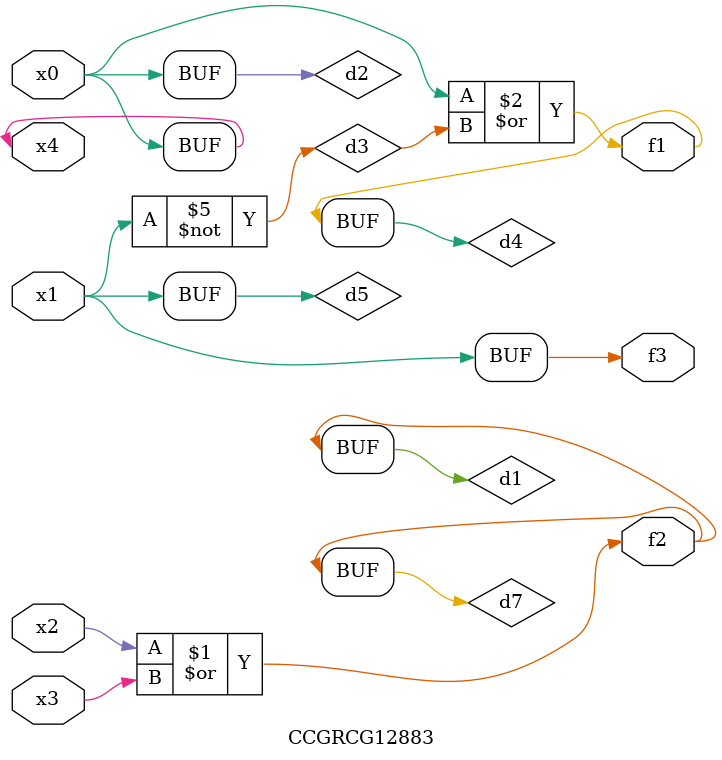
<source format=v>
module CCGRCG12883(
	input x0, x1, x2, x3, x4,
	output f1, f2, f3
);

	wire d1, d2, d3, d4, d5, d6, d7;

	or (d1, x2, x3);
	buf (d2, x0, x4);
	not (d3, x1);
	or (d4, d2, d3);
	not (d5, d3);
	nand (d6, d1, d3);
	or (d7, d1);
	assign f1 = d4;
	assign f2 = d7;
	assign f3 = d5;
endmodule

</source>
